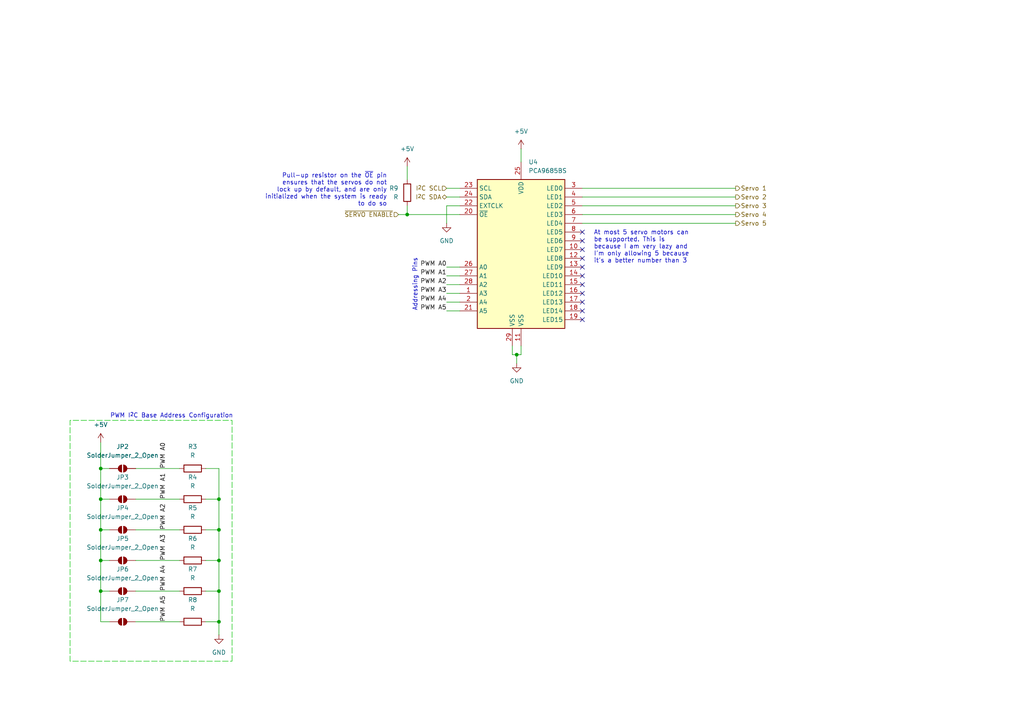
<source format=kicad_sch>
(kicad_sch (version 20250114) (generator "eeschema") (generator_version "9.0")
  (paper "A4")
  (title_block (title "Autonomous  Courier Robot \"Bad Apple\"") (date "2025-08-28") (rev "1") (company "Mixed Engineering Group 3 | STEM 12-Altruism / AY 2526 | CIT-U SHS") (comment 4 "Driver circuit for up to 5 servo motors"))
  (lib_symbols
    (symbol "Device:R" (pin_numbers (hide yes)) (pin_names (offset 0))
      (property "Reference" "R" (at 2.032 0 90))
      (property "Value" "R" (at 0 0 90))
      (symbol "R_0_1"
        (rectangle (start -1.016 -2.54) (end 1.016 2.54) (stroke (width 0.254)))
      )
      (symbol "R_1_1"
        (pin passive line (at 0 3.81 270) (length 1.27) (name "~") (number "1"))
        (pin passive line (at 0 -3.81 90) (length 1.27) (name "~") (number "2"))
      )
    )
    (symbol "Driver_LED:PCA9685BS"
      (property "Reference" "U" (at -12.7 22.225 0))
      (property "Value" "PCA9685BS" (at 1.27 22.225 0))
      (symbol "PCA9685BS_0_1"
        (rectangle (start -12.7 20.32) (end 12.7 -22.86) (stroke (width 0.254)) (fill (type background)))
      )
      (symbol "PCA9685BS_1_1"
        (pin input line (at -17.78 17.78 0) (length 5.08) (name "SCL") (number "23"))
        (pin bidirectional line (at -17.78 15.24 0) (length 5.08) (name "SDA") (number "24"))
        (pin input line (at -17.78 12.7 0) (length 5.08) (name "EXTCLK") (number "22"))
        (pin input line (at -17.78 10.16 0) (length 5.08) (name "~{OE}") (number "20"))
        (pin input line (at -17.78 -5.08 0) (length 5.08) (name "A0") (number "26"))
        (pin input line (at -17.78 -7.62 0) (length 5.08) (name "A1") (number "27"))
        (pin input line (at -17.78 -10.16 0) (length 5.08) (name "A2") (number "28"))
        (pin input line (at -17.78 -12.7 0) (length 5.08) (name "A3") (number "1"))
        (pin input line (at -17.78 -15.24 0) (length 5.08) (name "A4") (number "2"))
        (pin input line (at -17.78 -17.78 0) (length 5.08) (name "A5") (number "21"))
        (pin power_in line (at -2.54 -27.94 90) (length 5.08) (name "VSS") (number "29"))
        (pin power_in line (at 0 25.4 270) (length 5.08) (name "VDD") (number "25"))
        (pin power_in line (at 0 -27.94 90) (length 5.08) (name "VSS") (number "11"))
        (pin output line (at 17.78 17.78 180) (length 5.08) (name "LED0") (number "3"))
        (pin output line (at 17.78 15.24 180) (length 5.08) (name "LED1") (number "4"))
        (pin output line (at 17.78 12.7 180) (length 5.08) (name "LED2") (number "5"))
        (pin output line (at 17.78 10.16 180) (length 5.08) (name "LED3") (number "6"))
        (pin output line (at 17.78 7.62 180) (length 5.08) (name "LED4") (number "7"))
        (pin output line (at 17.78 5.08 180) (length 5.08) (name "LED5") (number "8"))
        (pin output line (at 17.78 2.54 180) (length 5.08) (name "LED6") (number "9"))
        (pin output line (at 17.78 0 180) (length 5.08) (name "LED7") (number "10"))
        (pin output line (at 17.78 -2.54 180) (length 5.08) (name "LED8") (number "12"))
        (pin output line (at 17.78 -5.08 180) (length 5.08) (name "LED9") (number "13"))
        (pin output line (at 17.78 -7.62 180) (length 5.08) (name "LED10") (number "14"))
        (pin output line (at 17.78 -10.16 180) (length 5.08) (name "LED11") (number "15"))
        (pin output line (at 17.78 -12.7 180) (length 5.08) (name "LED12") (number "16"))
        (pin output line (at 17.78 -15.24 180) (length 5.08) (name "LED13") (number "17"))
        (pin output line (at 17.78 -17.78 180) (length 5.08) (name "LED14") (number "18"))
        (pin output line (at 17.78 -20.32 180) (length 5.08) (name "LED15") (number "19"))
      )
    )
    (symbol "Jumper:SolderJumper_2_Open" (pin_numbers (hide yes)) (pin_names (offset 0) (hide yes)) (in_bom no)
      (property "Reference" "JP" (at 0 2.032 0))
      (property "Value" "SolderJumper_2_Open" (at 0 -2.54 0))
      (symbol "SolderJumper_2_Open_0_1"
        (polyline (pts (xy -0.254 1.016) (xy -0.254 -1.016)))
        (arc (start -0.254 -1.016) (mid -1.2656 0) (end -0.254 1.016))
        (arc (start -0.254 -1.016) (mid -1.2656 0) (end -0.254 1.016) (fill (type outline)))
        (arc (start 0.254 1.016) (mid 1.2656 0) (end 0.254 -1.016))
        (arc (start 0.254 1.016) (mid 1.2656 0) (end 0.254 -1.016) (fill (type outline)))
        (polyline (pts (xy 0.254 1.016) (xy 0.254 -1.016)))
      )
      (symbol "SolderJumper_2_Open_1_1"
        (pin passive line (at -3.81 0 0) (length 2.54) (name "A") (number "1"))
        (pin passive line (at 3.81 0 180) (length 2.54) (name "B") (number "2"))
      )
    )
    (symbol "power:+5V" (power) (pin_numbers (hide yes)) (pin_names (offset 0) (hide yes))
      (property "Value" "+5V" (at 0 3.556 0))
      (symbol "+5V_0_1"
        (polyline (pts (xy -0.762 1.27) (xy 0 2.54)))
        (polyline (pts (xy 0 2.54) (xy 0.762 1.27)))
        (polyline (pts (xy 0 0) (xy 0 2.54)))
      )
      (symbol "+5V_1_1"
        (pin power_in line (at 0 0 90) (length 0) (name "~") (number "1"))
      )
    )
    (symbol "power:GND" (power) (pin_numbers (hide yes)) (pin_names (offset 0) (hide yes))
      (property "Value" "GND" (at 0 -3.81 0))
      (symbol "GND_0_1"
        (polyline (pts (xy 0 0) (xy 0 -1.27) (xy 1.27 -1.27) (xy 0 -2.54) (xy -1.27 -1.27) (xy 0 -1.27)))
      )
      (symbol "GND_1_1"
        (pin power_in line (at 0 0 270) (length 0) (name "~") (number "1"))
      )
    )
  )
  (text "Addressing Pins" (at 120.396 82.55 90) (effects (font (size 1.27 1.27))))
  (text "Pull-up resistor on the ~{OE} pin\nensures that the servos do not\nlock up by default, and are only\ninitialized when the system is ready\nto do so" (at 112.268 55.118 0) (effects (font (size 1.27 1.27)) (justify right)))
  (text "At most 5 servo motors can\nbe supported. This is\nbecause I am very lazy and\nI'm only allowing 5 because\nit's a better number than 3" (at 172.212 71.628 0) (effects (font (size 1.27 1.27)) (justify left)))
  (text "PWM I^{2}C Base Address Configuration" (at 49.784 120.65 0) (effects (font (size 1.27 1.27))))
  (junction (at 149.86 102.87))
  (junction (at 63.5 144.78))
  (junction (at 29.21 144.78))
  (junction (at 29.21 153.67))
  (junction (at 63.5 180.34))
  (junction (at 63.5 171.45))
  (junction (at 63.5 162.56))
  (junction (at 29.21 162.56))
  (junction (at 118.11 62.23))
  (junction (at 29.21 171.45))
  (junction (at 63.5 153.67))
  (junction (at 29.21 135.89))
  (no_connect (at 168.91 87.63))
  (no_connect (at 168.91 72.39))
  (no_connect (at 168.91 90.17))
  (no_connect (at 168.91 77.47))
  (no_connect (at 168.91 74.93))
  (no_connect (at 168.91 85.09))
  (no_connect (at 168.91 92.71))
  (no_connect (at 168.91 82.55))
  (no_connect (at 168.91 69.85))
  (no_connect (at 168.91 80.01))
  (no_connect (at 168.91 67.31))
  (wire (pts (xy 168.91 64.77) (xy 213.36 64.77)))
  (wire (pts (xy 63.5 144.78) (xy 63.5 153.67)))
  (wire (pts (xy 29.21 153.67) (xy 31.75 153.67)))
  (wire (pts (xy 59.69 153.67) (xy 63.5 153.67)))
  (wire (pts (xy 29.21 171.45) (xy 31.75 171.45)))
  (wire (pts (xy 168.91 57.15) (xy 213.36 57.15)))
  (wire (pts (xy 129.54 90.17) (xy 133.35 90.17)))
  (wire (pts (xy 129.54 80.01) (xy 133.35 80.01)))
  (wire (pts (xy 29.21 144.78) (xy 31.75 144.78)))
  (wire (pts (xy 29.21 128.27) (xy 29.21 135.89)))
  (wire (pts (xy 118.11 62.23) (xy 118.11 59.69)))
  (wire (pts (xy 63.5 180.34) (xy 63.5 184.15)))
  (wire (pts (xy 129.54 77.47) (xy 133.35 77.47)))
  (wire (pts (xy 148.59 100.33) (xy 148.59 102.87)))
  (wire (pts (xy 129.54 82.55) (xy 133.35 82.55)))
  (wire (pts (xy 118.11 48.26) (xy 118.11 52.07)))
  (wire (pts (xy 59.69 135.89) (xy 63.5 135.89)))
  (wire (pts (xy 39.37 135.89) (xy 52.07 135.89)))
  (wire (pts (xy 129.54 59.69) (xy 129.54 64.77)))
  (wire (pts (xy 29.21 171.45) (xy 29.21 180.34)))
  (wire (pts (xy 59.69 171.45) (xy 63.5 171.45)))
  (wire (pts (xy 29.21 144.78) (xy 29.21 153.67)))
  (wire (pts (xy 59.69 180.34) (xy 63.5 180.34)))
  (wire (pts (xy 63.5 135.89) (xy 63.5 144.78)))
  (wire (pts (xy 168.91 59.69) (xy 213.36 59.69)))
  (wire (pts (xy 63.5 171.45) (xy 63.5 180.34)))
  (wire (pts (xy 39.37 153.67) (xy 52.07 153.67)))
  (wire (pts (xy 59.69 162.56) (xy 63.5 162.56)))
  (wire (pts (xy 129.54 85.09) (xy 133.35 85.09)))
  (wire (pts (xy 29.21 162.56) (xy 29.21 171.45)))
  (wire (pts (xy 133.35 59.69) (xy 129.54 59.69)))
  (wire (pts (xy 129.54 54.61) (xy 133.35 54.61)))
  (wire (pts (xy 29.21 135.89) (xy 31.75 135.89)))
  (wire (pts (xy 39.37 144.78) (xy 52.07 144.78)))
  (wire (pts (xy 129.54 57.15) (xy 133.35 57.15)))
  (wire (pts (xy 129.54 87.63) (xy 133.35 87.63)))
  (wire (pts (xy 148.59 102.87) (xy 149.86 102.87)))
  (wire (pts (xy 29.21 162.56) (xy 31.75 162.56)))
  (wire (pts (xy 29.21 180.34) (xy 31.75 180.34)))
  (wire (pts (xy 149.86 105.41) (xy 149.86 102.87)))
  (wire (pts (xy 168.91 62.23) (xy 213.36 62.23)))
  (wire (pts (xy 115.57 62.23) (xy 118.11 62.23)))
  (wire (pts (xy 151.13 43.18) (xy 151.13 46.99)))
  (wire (pts (xy 29.21 153.67) (xy 29.21 162.56)))
  (wire (pts (xy 29.21 135.89) (xy 29.21 144.78)))
  (wire (pts (xy 133.35 62.23) (xy 118.11 62.23)))
  (wire (pts (xy 168.91 54.61) (xy 213.36 54.61)))
  (wire (pts (xy 149.86 102.87) (xy 151.13 102.87)))
  (wire (pts (xy 39.37 171.45) (xy 52.07 171.45)))
  (wire (pts (xy 39.37 162.56) (xy 52.07 162.56)))
  (wire (pts (xy 63.5 162.56) (xy 63.5 171.45)))
  (wire (pts (xy 63.5 153.67) (xy 63.5 162.56)))
  (wire (pts (xy 151.13 102.87) (xy 151.13 100.33)))
  (wire (pts (xy 39.37 180.34) (xy 52.07 180.34)))
  (wire (pts (xy 59.69 144.78) (xy 63.5 144.78)))
  (label "PWM A5" (at 48.26 180.34 90))
  (label "PWM A4" (at 48.26 171.45 90))
  (label "PWM A2" (at 129.54 82.55 180))
  (label "PWM A0" (at 48.26 135.89 90))
  (label "PWM A2" (at 48.26 153.67 90))
  (label "PWM A3" (at 48.26 162.56 90))
  (label "PWM A3" (at 129.54 85.09 180))
  (label "PWM A0" (at 129.54 77.47 180))
  (label "PWM A4" (at 129.54 87.63 180))
  (label "PWM A1" (at 48.26 144.78 90))
  (label "PWM A1" (at 129.54 80.01 180))
  (label "PWM A5" (at 129.54 90.17 180))
  (hierarchical_label "Servo 5" (shape output) (at 213.36 64.77 0))
  (hierarchical_label "Servo 3" (shape output) (at 213.36 59.69 0))
  (hierarchical_label "I^{2}C SCL" (shape input) (at 129.54 54.61 180))
  (hierarchical_label "~{SERVO ENABLE}" (shape input) (at 115.57 62.23 180))
  (hierarchical_label "Servo 4" (shape output) (at 213.36 62.23 0))
  (hierarchical_label "Servo 1" (shape output) (at 213.36 54.61 0))
  (hierarchical_label "Servo 2" (shape output) (at 213.36 57.15 0))
  (hierarchical_label "I^{2}C SDA" (shape bidirectional) (at 129.54 57.15 180))
  (rule_area (polyline (pts (xy 67.31 191.77) (xy 67.31 121.92) (xy 20.32 121.92) (xy 20.32 191.77)) (stroke (width 0) (type dash) (color 0 194 0 1))))
  (symbol (lib_id "Driver_LED:PCA9685BS") (at 151.13 72.39 0) (unit 1)
    (property "Reference" "U4" (at 153.2733 46.99 0) (effects (justify left)))
    (property "Value" "PCA9685BS" (at 153.2733 49.53 0) (effects (justify left)))
    (property "Footprint" "Package_DFN_QFN:QFN-28-1EP_6x6mm_P0.65mm_EP4.25x4.25mm" (effects (hide yes)))
    (property "Datasheet" "http://www.nxp.com/docs/en/data-sheet/PCA9685.pdf" (effects (hide yes)))
    (property "Description" "16-channel 12-bit PWM Fm+ I2C-bus LED controller RGBA QFN" (effects (hide yes)))
  )
  (symbol (lib_id "power:+5V") (at 29.21 128.27 0) (unit 1)
    (property "Reference" "#PWR012" (effects (hide yes)))
    (property "Value" "+5V" (at 29.21 123.19 0))
    (property "Description" "Power symbol creates a global label with name \"+5V\"" (effects (hide yes)))
  )
  (symbol (lib_id "Device:R") (at 55.88 171.45 90) (unit 1)
    (property "Reference" "R7" (at 55.88 165.1 90))
    (property "Value" "R" (at 55.88 167.64 90))
    (property "Description" "Resistor" (effects (hide yes)))
  )
  (symbol (lib_id "power:GND") (at 63.5 184.15 0) (unit 1)
    (property "Reference" "#PWR014" (effects (hide yes)))
    (property "Value" "GND" (at 63.5 189.23 0))
    (property "Description" "Power symbol creates a global label with name \"GND\" , ground" (effects (hide yes)))
  )
  (symbol (lib_id "Device:R") (at 118.11 55.88 0) (unit 1)
    (property "Reference" "R9" (at 115.57 54.6099 0) (effects (justify right)))
    (property "Value" "R" (at 115.57 57.1499 0) (effects (justify right)))
    (property "Description" "Resistor" (effects (hide yes)))
  )
  (symbol (lib_id "Device:R") (at 55.88 144.78 90) (unit 1)
    (property "Reference" "R4" (at 55.88 138.43 90))
    (property "Value" "R" (at 55.88 140.97 90))
    (property "Description" "Resistor" (effects (hide yes)))
  )
  (symbol (lib_id "Jumper:SolderJumper_2_Open") (at 35.56 162.56 0) (unit 1) (in_bom no)
    (property "Reference" "JP5" (at 35.56 156.21 0))
    (property "Value" "SolderJumper_2_Open" (at 35.56 158.75 0))
    (property "Description" "Solder Jumper, 2-pole, open" (effects (hide yes)))
  )
  (symbol (lib_id "Device:R") (at 55.88 153.67 90) (unit 1)
    (property "Reference" "R5" (at 55.88 147.32 90))
    (property "Value" "R" (at 55.88 149.86 90))
    (property "Description" "Resistor" (effects (hide yes)))
  )
  (symbol (lib_id "Device:R") (at 55.88 162.56 90) (unit 1)
    (property "Reference" "R6" (at 55.88 156.21 90))
    (property "Value" "R" (at 55.88 158.75 90))
    (property "Description" "Resistor" (effects (hide yes)))
  )
  (symbol (lib_id "Device:R") (at 55.88 180.34 90) (unit 1)
    (property "Reference" "R8" (at 55.88 173.99 90))
    (property "Value" "R" (at 55.88 176.53 90))
    (property "Description" "Resistor" (effects (hide yes)))
  )
  (symbol (lib_id "power:GND") (at 149.86 105.41 0) (unit 1)
    (property "Reference" "#PWR017" (effects (hide yes)))
    (property "Value" "GND" (at 149.86 110.49 0))
    (property "Description" "Power symbol creates a global label with name \"GND\" , ground" (effects (hide yes)))
  )
  (symbol (lib_id "Jumper:SolderJumper_2_Open") (at 35.56 180.34 0) (unit 1) (in_bom no)
    (property "Reference" "JP7" (at 35.56 173.99 0))
    (property "Value" "SolderJumper_2_Open" (at 35.56 176.53 0))
    (property "Description" "Solder Jumper, 2-pole, open" (effects (hide yes)))
  )
  (symbol (lib_id "Jumper:SolderJumper_2_Open") (at 35.56 144.78 0) (unit 1) (in_bom no)
    (property "Reference" "JP3" (at 35.56 138.43 0))
    (property "Value" "SolderJumper_2_Open" (at 35.56 140.97 0))
    (property "Description" "Solder Jumper, 2-pole, open" (effects (hide yes)))
  )
  (symbol (lib_id "Jumper:SolderJumper_2_Open") (at 35.56 153.67 0) (unit 1) (in_bom no)
    (property "Reference" "JP4" (at 35.56 147.32 0))
    (property "Value" "SolderJumper_2_Open" (at 35.56 149.86 0))
    (property "Description" "Solder Jumper, 2-pole, open" (effects (hide yes)))
  )
  (symbol (lib_id "power:+5V") (at 151.13 43.18 0) (unit 1)
    (property "Reference" "#PWR018" (effects (hide yes)))
    (property "Value" "+5V" (at 151.13 38.1 0))
    (property "Description" "Power symbol creates a global label with name \"+5V\"" (effects (hide yes)))
  )
  (symbol (lib_id "power:+5V") (at 118.11 48.26 0) (unit 1)
    (property "Reference" "#PWR015" (effects (hide yes)))
    (property "Value" "+5V" (at 118.11 43.18 0))
    (property "Description" "Power symbol creates a global label with name \"+5V\"" (effects (hide yes)))
  )
  (symbol (lib_id "Device:R") (at 55.88 135.89 90) (unit 1)
    (property "Reference" "R3" (at 55.88 129.54 90))
    (property "Value" "R" (at 55.88 132.08 90))
    (property "Description" "Resistor" (effects (hide yes)))
  )
  (symbol (lib_id "Jumper:SolderJumper_2_Open") (at 35.56 135.89 0) (unit 1) (in_bom no)
    (property "Reference" "JP2" (at 35.56 129.54 0))
    (property "Value" "SolderJumper_2_Open" (at 35.56 132.08 0))
    (property "Description" "Solder Jumper, 2-pole, open" (effects (hide yes)))
  )
  (symbol (lib_id "power:GND") (at 129.54 64.77 0) (unit 1)
    (property "Reference" "#PWR016" (effects (hide yes)))
    (property "Value" "GND" (at 129.54 69.85 0))
    (property "Description" "Power symbol creates a global label with name \"GND\" , ground" (effects (hide yes)))
  )
  (symbol (lib_id "Jumper:SolderJumper_2_Open") (at 35.56 171.45 0) (unit 1) (in_bom no)
    (property "Reference" "JP6" (at 35.56 165.1 0))
    (property "Value" "SolderJumper_2_Open" (at 35.56 167.64 0))
    (property "Description" "Solder Jumper, 2-pole, open" (effects (hide yes)))
  )
)
</source>
